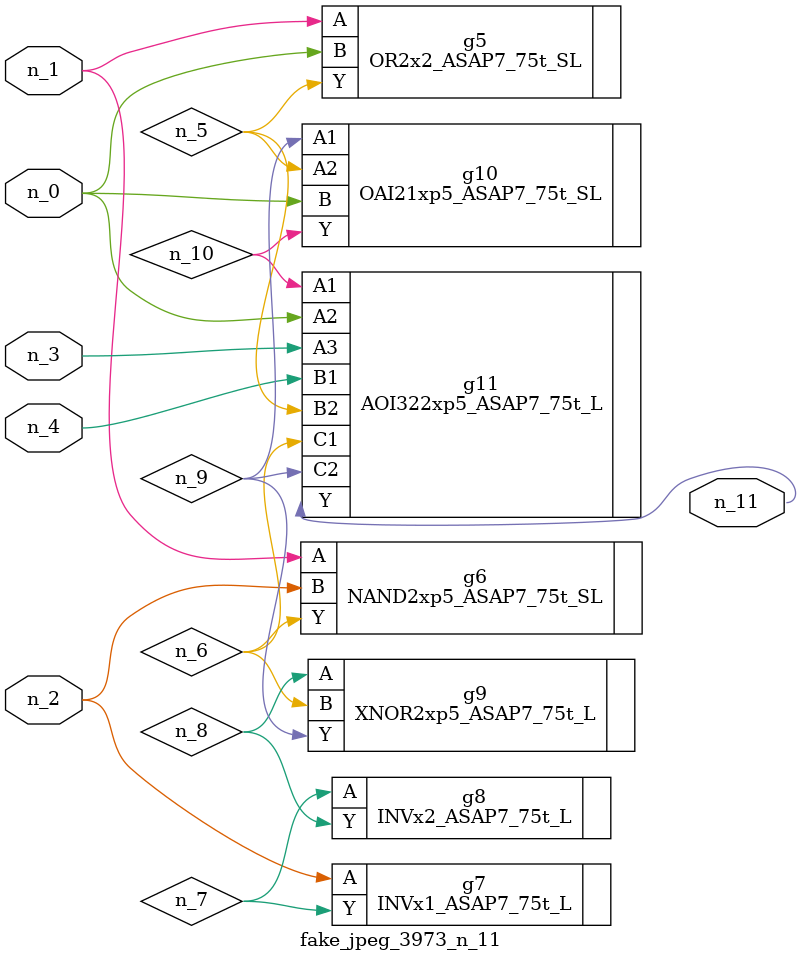
<source format=v>
module fake_jpeg_3973_n_11 (n_3, n_2, n_1, n_0, n_4, n_11);

input n_3;
input n_2;
input n_1;
input n_0;
input n_4;

output n_11;

wire n_10;
wire n_8;
wire n_9;
wire n_6;
wire n_5;
wire n_7;

OR2x2_ASAP7_75t_SL g5 ( 
.A(n_1),
.B(n_0),
.Y(n_5)
);

NAND2xp5_ASAP7_75t_SL g6 ( 
.A(n_1),
.B(n_2),
.Y(n_6)
);

INVx1_ASAP7_75t_L g7 ( 
.A(n_2),
.Y(n_7)
);

INVx2_ASAP7_75t_L g8 ( 
.A(n_7),
.Y(n_8)
);

XNOR2xp5_ASAP7_75t_L g9 ( 
.A(n_8),
.B(n_6),
.Y(n_9)
);

OAI21xp5_ASAP7_75t_SL g10 ( 
.A1(n_9),
.A2(n_5),
.B(n_0),
.Y(n_10)
);

AOI322xp5_ASAP7_75t_L g11 ( 
.A1(n_10),
.A2(n_0),
.A3(n_3),
.B1(n_4),
.B2(n_5),
.C1(n_6),
.C2(n_9),
.Y(n_11)
);


endmodule
</source>
